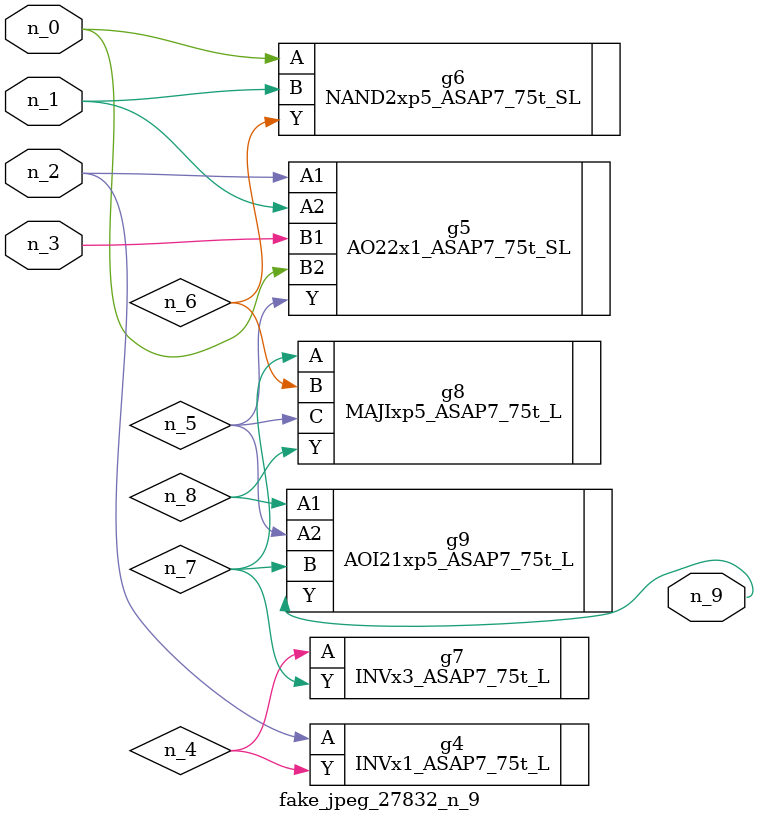
<source format=v>
module fake_jpeg_27832_n_9 (n_0, n_3, n_2, n_1, n_9);

input n_0;
input n_3;
input n_2;
input n_1;

output n_9;

wire n_4;
wire n_8;
wire n_6;
wire n_5;
wire n_7;

INVx1_ASAP7_75t_L g4 ( 
.A(n_2),
.Y(n_4)
);

AO22x1_ASAP7_75t_SL g5 ( 
.A1(n_2),
.A2(n_1),
.B1(n_3),
.B2(n_0),
.Y(n_5)
);

NAND2xp5_ASAP7_75t_SL g6 ( 
.A(n_0),
.B(n_1),
.Y(n_6)
);

INVx3_ASAP7_75t_L g7 ( 
.A(n_4),
.Y(n_7)
);

MAJIxp5_ASAP7_75t_L g8 ( 
.A(n_7),
.B(n_6),
.C(n_5),
.Y(n_8)
);

AOI21xp5_ASAP7_75t_L g9 ( 
.A1(n_8),
.A2(n_5),
.B(n_7),
.Y(n_9)
);


endmodule
</source>
